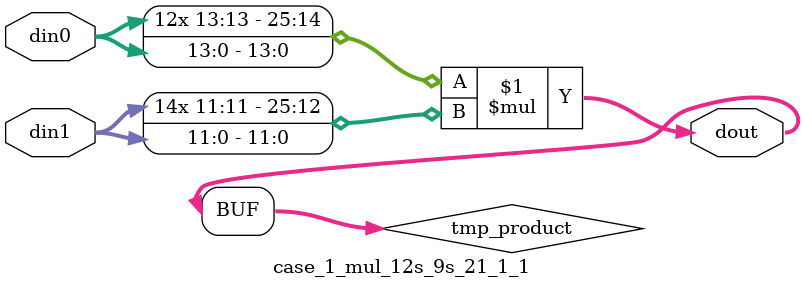
<source format=v>

`timescale 1 ns / 1 ps

 (* use_dsp = "no" *)  module case_1_mul_12s_9s_21_1_1(din0, din1, dout);
parameter ID = 1;
parameter NUM_STAGE = 0;
parameter din0_WIDTH = 14;
parameter din1_WIDTH = 12;
parameter dout_WIDTH = 26;

input [din0_WIDTH - 1 : 0] din0; 
input [din1_WIDTH - 1 : 0] din1; 
output [dout_WIDTH - 1 : 0] dout;

wire signed [dout_WIDTH - 1 : 0] tmp_product;



























assign tmp_product = $signed(din0) * $signed(din1);








assign dout = tmp_product;





















endmodule

</source>
